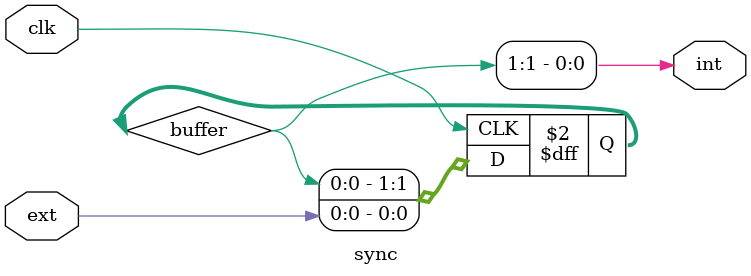
<source format=v>
module sync (
    input clk,
    input ext,
    output int
);

reg [1:0] buffer;

always @(posedge clk) begin
    buffer[0] <= ext;
    buffer[1] <= buffer[0];
end

assign int = buffer[1];

endmodule

</source>
